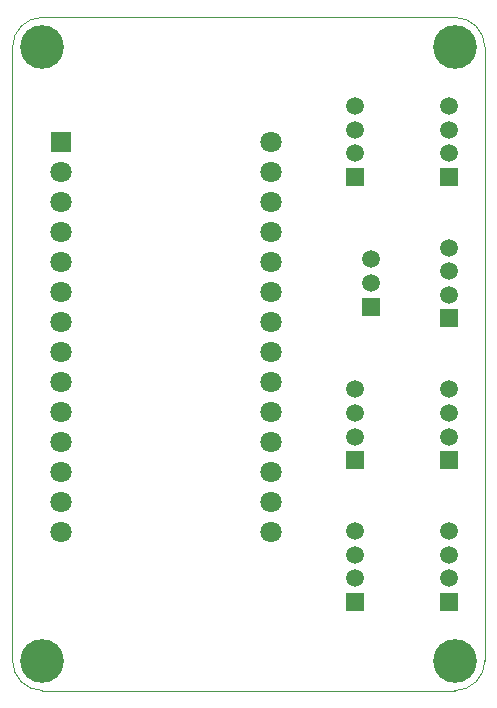
<source format=gbs>
G04 Layer_Color=16711935*
%FSLAX44Y44*%
%MOMM*%
G71*
G01*
G75*
%ADD14C,0.1000*%
%ADD23C,1.8032*%
%ADD24R,1.8032X1.8032*%
%ADD25R,1.5032X1.5032*%
%ADD26C,1.5032*%
%ADD27C,3.7032*%
D14*
X400000Y544600D02*
G03*
X374600Y570000I-25400J0D01*
G01*
X25400D02*
G03*
X0Y544600I0J-25400D01*
G01*
X374600Y0D02*
G03*
X400000Y25400I0J25400D01*
G01*
X0D02*
G03*
X25400Y0I25400J0D01*
G01*
X25600Y570000D02*
X374600D01*
X400000Y25400D02*
Y544600D01*
X25400Y0D02*
X374600D01*
X0Y25400D02*
Y544600D01*
D23*
X218900Y362500D02*
D03*
Y387900D02*
D03*
Y413300D02*
D03*
Y438700D02*
D03*
Y464100D02*
D03*
Y337100D02*
D03*
Y311700D02*
D03*
Y286300D02*
D03*
Y260900D02*
D03*
Y235500D02*
D03*
Y210100D02*
D03*
Y184700D02*
D03*
Y159300D02*
D03*
Y133900D02*
D03*
X41100D02*
D03*
Y159300D02*
D03*
Y184700D02*
D03*
Y210100D02*
D03*
Y235500D02*
D03*
Y260900D02*
D03*
Y286300D02*
D03*
Y311700D02*
D03*
Y337100D02*
D03*
Y438700D02*
D03*
Y413300D02*
D03*
Y387900D02*
D03*
Y362500D02*
D03*
D24*
Y464100D02*
D03*
D25*
X370000Y75000D02*
D03*
X290000Y435000D02*
D03*
X370000Y315000D02*
D03*
X290000Y75000D02*
D03*
X370000Y435000D02*
D03*
Y195000D02*
D03*
X290000D02*
D03*
X304000Y325000D02*
D03*
D26*
X370000Y95000D02*
D03*
Y115000D02*
D03*
Y135000D02*
D03*
X290000Y495000D02*
D03*
Y475000D02*
D03*
Y455000D02*
D03*
X370000Y335000D02*
D03*
Y355000D02*
D03*
Y375000D02*
D03*
X290000Y135000D02*
D03*
Y115000D02*
D03*
Y95000D02*
D03*
X370000Y455000D02*
D03*
Y475000D02*
D03*
Y495000D02*
D03*
Y255000D02*
D03*
Y235000D02*
D03*
Y215000D02*
D03*
X290000D02*
D03*
Y235000D02*
D03*
Y255000D02*
D03*
X304000Y365000D02*
D03*
Y345000D02*
D03*
D27*
X374600Y25400D02*
D03*
X25400D02*
D03*
Y544600D02*
D03*
X374600D02*
D03*
M02*

</source>
